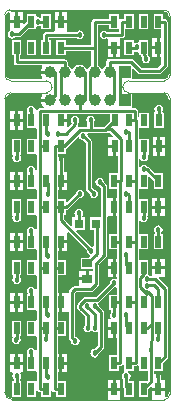
<source format=gtl>
G04 Layer_Physical_Order=1*
G04 Layer_Color=255*
%FSLAX24Y24*%
%MOIN*%
G70*
G01*
G75*
%ADD10R,0.0217X0.0413*%
%ADD11R,0.0354X0.0276*%
%ADD12R,0.0315X0.0315*%
%ADD13C,0.0100*%
%ADD14C,0.0039*%
%ADD15C,0.0394*%
%ADD16R,0.0394X0.0394*%
%ADD17C,0.0180*%
G36*
X5268Y12975D02*
X5273Y12958D01*
X5276Y12956D01*
X5277Y12954D01*
X5294Y12947D01*
X5310Y12938D01*
X5340Y12935D01*
X5394Y12913D01*
X5433Y12874D01*
X5455Y12820D01*
X5458Y12790D01*
X5467Y12774D01*
X5474Y12757D01*
X5476Y12756D01*
X5477Y12753D01*
X5495Y12748D01*
X5512Y12741D01*
Y10881D01*
X5495Y10874D01*
X5477Y10869D01*
X5476Y10866D01*
X5474Y10865D01*
X5467Y10848D01*
X5458Y10832D01*
X5455Y10802D01*
X5433Y10748D01*
X5394Y10709D01*
X5340Y10687D01*
X5312Y10684D01*
X4239D01*
Y11012D01*
X4285Y11031D01*
X4433Y10883D01*
X4466Y10861D01*
X4506Y10853D01*
X5148D01*
X5187Y10861D01*
X5220Y10883D01*
X5398Y11061D01*
X5421Y11094D01*
X5428Y11133D01*
Y12598D01*
X5421Y12637D01*
X5398Y12671D01*
X5365Y12693D01*
X5326Y12700D01*
X5276D01*
Y12855D01*
X4960D01*
Y12342D01*
X5224D01*
Y12039D01*
X5168D01*
Y11732D01*
Y11426D01*
X5224D01*
Y11176D01*
X5105Y11057D01*
X4548D01*
X4265Y11339D01*
X4232Y11362D01*
X4193Y11369D01*
X3492D01*
X3453Y11362D01*
X3420Y11339D01*
X3398Y11306D01*
X3390Y11267D01*
Y11134D01*
X3314Y11083D01*
X3270Y11017D01*
X3266Y11016D01*
X3218D01*
X3214Y11017D01*
X3170Y11083D01*
X3094Y11134D01*
Y11713D01*
Y12496D01*
X3483D01*
Y12342D01*
X3796D01*
Y12267D01*
X3416D01*
X3372Y12297D01*
X3317Y12308D01*
X3262Y12297D01*
X3216Y12266D01*
X3185Y12220D01*
X3174Y12165D01*
X3185Y12111D01*
X3216Y12064D01*
X3262Y12033D01*
X3317Y12023D01*
X3372Y12033D01*
X3385Y12042D01*
X3433Y12015D01*
Y11782D01*
X3642D01*
X3850D01*
Y12013D01*
X3850Y12039D01*
X3890Y12063D01*
X3898D01*
X3937Y12071D01*
X3970Y12093D01*
X3992Y12126D01*
X4000Y12165D01*
Y12342D01*
X4292D01*
Y12855D01*
X3976D01*
Y12700D01*
X3898D01*
X3859Y12693D01*
X3850Y12687D01*
X3800Y12714D01*
Y12855D01*
X3483D01*
Y12700D01*
X2992D01*
X2953Y12693D01*
X2920Y12671D01*
X2898Y12637D01*
X2890Y12598D01*
Y11815D01*
X2028D01*
Y11989D01*
X1712D01*
Y11476D01*
X2028D01*
Y11611D01*
X2890D01*
Y11134D01*
X2814Y11083D01*
X2770Y11017D01*
X2766Y11016D01*
X2718D01*
X2714Y11017D01*
X2670Y11083D01*
X2588Y11138D01*
X2492Y11157D01*
X2396Y11138D01*
X2314Y11083D01*
X2270Y11017D01*
X2266Y11016D01*
X2218D01*
X2214Y11017D01*
X2170Y11083D01*
X2094Y11134D01*
Y11240D01*
X2086Y11279D01*
X2064Y11312D01*
X2031Y11334D01*
X1992Y11342D01*
X496D01*
Y11476D01*
X552D01*
Y11989D01*
X283D01*
X279Y12039D01*
X301Y12043D01*
X345Y12073D01*
X463D01*
X502Y12081D01*
X535Y12103D01*
X773Y12342D01*
X1044D01*
Y12421D01*
X1094Y12460D01*
X1112Y12456D01*
X1167Y12467D01*
X1170Y12469D01*
X1220Y12442D01*
Y12342D01*
X1536D01*
Y12855D01*
X1220D01*
Y12756D01*
X1170Y12729D01*
X1167Y12731D01*
X1112Y12742D01*
X1094Y12738D01*
X1044Y12777D01*
Y12855D01*
X728D01*
Y12584D01*
X648Y12505D01*
X602Y12524D01*
Y12548D01*
X394D01*
X185D01*
Y12303D01*
X145Y12276D01*
X114Y12230D01*
X103Y12175D01*
X114Y12121D01*
X145Y12074D01*
X191Y12043D01*
X228Y12036D01*
X236Y11989D01*
X236Y11984D01*
Y11476D01*
X292D01*
Y11240D01*
X300Y11201D01*
X322Y11168D01*
X355Y11146D01*
X394Y11138D01*
X1233D01*
X1258Y11088D01*
X1233Y11055D01*
X1203Y10983D01*
X1199Y10956D01*
X1492D01*
Y10856D01*
X1199D01*
X1203Y10828D01*
X1233Y10756D01*
X1250Y10734D01*
X1225Y10684D01*
X200D01*
X172Y10687D01*
X118Y10709D01*
X79Y10748D01*
X57Y10802D01*
X54Y10832D01*
X45Y10848D01*
X38Y10865D01*
X36Y10866D01*
X34Y10869D01*
X17Y10874D01*
X0Y10881D01*
Y12781D01*
X17Y12788D01*
X34Y12793D01*
X36Y12795D01*
X38Y12796D01*
X45Y12813D01*
X54Y12829D01*
X56Y12852D01*
X72Y12891D01*
X101Y12920D01*
X140Y12936D01*
X149Y12937D01*
X181Y12903D01*
X185Y12894D01*
Y12648D01*
X344D01*
Y12905D01*
X217D01*
X199Y12951D01*
X225Y12992D01*
X5261D01*
X5268Y12975D01*
D02*
G37*
G36*
X5340Y10179D02*
X5394Y10157D01*
X5433Y10118D01*
X5455Y10064D01*
X5458Y10034D01*
X5467Y10018D01*
X5474Y10001D01*
X5476Y10000D01*
X5477Y9998D01*
X5495Y9992D01*
X5512Y9985D01*
Y251D01*
X5495Y244D01*
X5477Y239D01*
X5476Y236D01*
X5474Y235D01*
X5467Y218D01*
X5458Y202D01*
X5455Y172D01*
X5433Y118D01*
X5394Y79D01*
X5376Y72D01*
X5326Y105D01*
Y304D01*
X5118D01*
X4910D01*
Y48D01*
X4910D01*
X4904Y0D01*
X3856D01*
X3850Y48D01*
X3850Y50D01*
Y304D01*
X3642D01*
X3433D01*
Y50D01*
X3433Y48D01*
X3428Y0D01*
X251D01*
X244Y17D01*
X239Y34D01*
X236Y36D01*
X235Y38D01*
X218Y45D01*
X202Y54D01*
X172Y57D01*
X118Y79D01*
X79Y118D01*
X57Y172D01*
X54Y202D01*
X45Y218D01*
X38Y235D01*
X36Y236D01*
X34Y239D01*
X17Y244D01*
X0Y251D01*
Y9985D01*
X17Y9992D01*
X34Y9998D01*
X36Y10000D01*
X38Y10001D01*
X45Y10018D01*
X54Y10034D01*
X57Y10064D01*
X79Y10118D01*
X118Y10157D01*
X172Y10179D01*
X200Y10182D01*
X1229D01*
X1251Y10137D01*
X1247Y10132D01*
X1217Y10059D01*
X1213Y10032D01*
X1506D01*
Y9932D01*
X1213D01*
X1217Y9904D01*
X1247Y9832D01*
X1294Y9770D01*
X1297Y9768D01*
X1280Y9718D01*
X1170D01*
X1131Y9710D01*
X1098Y9688D01*
X1076Y9655D01*
X1029Y9665D01*
X1018Y9720D01*
X987Y9766D01*
X940Y9797D01*
X886Y9808D01*
X831Y9797D01*
X785Y9766D01*
X754Y9720D01*
X743Y9665D01*
X753Y9613D01*
X754Y9610D01*
X728Y9563D01*
X728D01*
Y9050D01*
X1044Y9050D01*
X1068Y9010D01*
Y8737D01*
X1044Y8697D01*
X1018Y8697D01*
X728D01*
Y8184D01*
X1044Y8184D01*
X1068Y8144D01*
Y7667D01*
X1018Y7662D01*
X1008Y7712D01*
X977Y7758D01*
X931Y7789D01*
X876Y7800D01*
X821Y7789D01*
X775Y7758D01*
X744Y7712D01*
X733Y7657D01*
X744Y7603D01*
X751Y7592D01*
X728Y7542D01*
X728D01*
Y7028D01*
X1044Y7028D01*
X1068Y6988D01*
Y6716D01*
X1044Y6676D01*
X1018Y6676D01*
X728D01*
Y6162D01*
X1044Y6162D01*
X1068Y6122D01*
Y5680D01*
X1018Y5675D01*
X987Y5721D01*
X940Y5752D01*
X886Y5763D01*
X831Y5752D01*
X785Y5721D01*
X754Y5675D01*
X743Y5620D01*
X753Y5570D01*
X752Y5562D01*
X728Y5520D01*
X728D01*
Y5007D01*
X1044Y5007D01*
X1068Y4967D01*
Y4694D01*
X1044Y4654D01*
X1018Y4654D01*
X728D01*
Y4141D01*
X1044Y4141D01*
X1068Y4100D01*
Y3681D01*
X1018Y3676D01*
X1018Y3677D01*
X987Y3723D01*
X940Y3754D01*
X886Y3765D01*
X831Y3754D01*
X785Y3723D01*
X754Y3677D01*
X743Y3622D01*
X754Y3567D01*
X766Y3549D01*
X740Y3499D01*
X728D01*
Y2985D01*
X1044Y2985D01*
X1068Y2945D01*
Y2673D01*
X1044Y2633D01*
X1018Y2633D01*
X728D01*
Y2119D01*
X1044Y2119D01*
X1068Y2079D01*
Y1644D01*
X1018Y1639D01*
X987Y1686D01*
X940Y1717D01*
X886Y1727D01*
X831Y1717D01*
X785Y1686D01*
X754Y1639D01*
X743Y1585D01*
X754Y1530D01*
X756Y1527D01*
X729Y1477D01*
X728D01*
Y964D01*
X1044Y964D01*
X1068Y924D01*
Y651D01*
X1044Y611D01*
X1018Y611D01*
X728D01*
Y98D01*
X1044D01*
Y272D01*
X1094Y287D01*
X1098Y282D01*
X1131Y260D01*
X1170Y252D01*
X1220D01*
Y98D01*
X1536D01*
Y272D01*
X1586Y287D01*
X1590Y282D01*
X1623Y260D01*
X1662Y252D01*
X1712D01*
Y98D01*
X2028D01*
Y611D01*
X1764D01*
Y914D01*
X1820D01*
Y1221D01*
Y1527D01*
X1764D01*
Y2119D01*
X2028D01*
Y2633D01*
X1764D01*
Y2935D01*
X1820D01*
Y3242D01*
Y3549D01*
X1764D01*
Y4141D01*
X2028D01*
Y4654D01*
X1764D01*
Y4957D01*
X1820D01*
Y5264D01*
X1870D01*
Y5314D01*
X2078D01*
Y5551D01*
X2127Y5573D01*
X2741Y4959D01*
X2752Y4906D01*
X2783Y4860D01*
X2825Y4831D01*
X2833Y4821D01*
X2845Y4781D01*
X2800Y4735D01*
X2529D01*
Y4359D01*
X2931D01*
Y4273D01*
X2806D01*
Y4035D01*
X2756D01*
Y3985D01*
X2479D01*
Y3798D01*
X2431Y3793D01*
X2343D01*
X2304Y3785D01*
X2270Y3763D01*
X2156Y3648D01*
X2134Y3615D01*
X2126Y3576D01*
Y3555D01*
X2078Y3549D01*
Y3549D01*
X1920D01*
Y3242D01*
Y2935D01*
X2078D01*
Y2935D01*
X2126Y2930D01*
Y2083D01*
X2134Y2044D01*
X2156Y2011D01*
X2210Y1957D01*
X2220Y1904D01*
X2251Y1858D01*
X2298Y1827D01*
X2352Y1816D01*
X2407Y1827D01*
X2453Y1858D01*
X2484Y1904D01*
X2495Y1959D01*
X2484Y2013D01*
X2453Y2060D01*
X2407Y2091D01*
X2354Y2101D01*
X2330Y2125D01*
Y3534D01*
X2385Y3589D01*
X2864D01*
X2903Y3597D01*
X2936Y3619D01*
X3036Y3718D01*
X3047Y3726D01*
X3105Y3784D01*
X3127Y3817D01*
X3135Y3856D01*
Y4495D01*
X3381Y4741D01*
X3403Y4774D01*
X3411Y4813D01*
Y6072D01*
X3433Y6112D01*
X3592D01*
Y6419D01*
Y6726D01*
X3433D01*
X3411Y6766D01*
Y7105D01*
X3403Y7144D01*
X3381Y7177D01*
X3302Y7256D01*
X3291Y7309D01*
X3260Y7355D01*
X3214Y7386D01*
X3159Y7397D01*
X3105Y7386D01*
X3059Y7355D01*
X3028Y7309D01*
X3017Y7254D01*
X3028Y7199D01*
X3059Y7153D01*
X3105Y7122D01*
X3158Y7112D01*
X3207Y7062D01*
Y6074D01*
X2844D01*
Y5659D01*
X2972D01*
Y5126D01*
X2922Y5096D01*
X2886Y5103D01*
X2376Y5612D01*
X2395Y5659D01*
X2668D01*
Y6074D01*
X2590D01*
X2571Y6124D01*
X2593Y6156D01*
X2603Y6211D01*
X2593Y6265D01*
X2562Y6312D01*
X2515Y6343D01*
X2461Y6353D01*
X2406Y6343D01*
X2360Y6312D01*
X2329Y6265D01*
X2318Y6211D01*
X2329Y6156D01*
X2350Y6124D01*
X2332Y6074D01*
X2253D01*
Y5801D01*
X2207Y5782D01*
X1972Y6017D01*
Y6162D01*
X2028D01*
Y6317D01*
X2052D01*
X2091Y6325D01*
X2124Y6347D01*
X2503Y6726D01*
X2556Y6736D01*
X2602Y6767D01*
X2633Y6814D01*
X2644Y6868D01*
X2633Y6923D01*
X2602Y6969D01*
X2556Y7000D01*
X2501Y7011D01*
X2447Y7000D01*
X2400Y6969D01*
X2370Y6923D01*
X2359Y6870D01*
X2075Y6586D01*
X2028Y6605D01*
Y6676D01*
X1764D01*
Y6978D01*
X1820D01*
Y7285D01*
X1870D01*
Y7335D01*
X2078D01*
Y7592D01*
X1972D01*
Y8012D01*
X1972Y8012D01*
X1964Y8051D01*
X1942Y8084D01*
X1909Y8106D01*
X1870Y8114D01*
X1870D01*
X1831Y8106D01*
X1814Y8094D01*
X1765Y8115D01*
X1764Y8117D01*
Y8184D01*
X2028D01*
Y8366D01*
X2032Y8368D01*
X2429Y8765D01*
X2483Y8749D01*
X2486Y8735D01*
X2517Y8688D01*
X2563Y8657D01*
X2616Y8647D01*
X2693Y8570D01*
Y7041D01*
X2701Y7002D01*
X2723Y6968D01*
X2825Y6866D01*
X2836Y6814D01*
X2867Y6767D01*
X2913Y6736D01*
X2968Y6726D01*
X3022Y6736D01*
X3068Y6767D01*
X3099Y6814D01*
X3110Y6868D01*
X3099Y6923D01*
X3068Y6969D01*
X3022Y7000D01*
X2969Y7011D01*
X2897Y7083D01*
Y8612D01*
X2889Y8651D01*
X2867Y8684D01*
X2760Y8791D01*
X2750Y8844D01*
X2747Y8848D01*
X2774Y8898D01*
X3355D01*
X3385Y8904D01*
X3512D01*
X3623Y8793D01*
X3604Y8747D01*
X3453D01*
Y8490D01*
X3661D01*
Y8440D01*
X3711D01*
Y8134D01*
X3768D01*
Y7542D01*
X3483D01*
Y7028D01*
X3748D01*
Y6726D01*
X3692D01*
Y6419D01*
Y6112D01*
X3748D01*
Y5520D01*
X3483D01*
Y5007D01*
X3748D01*
Y4704D01*
X3692D01*
Y4397D01*
Y4091D01*
X3738D01*
X3739Y4041D01*
X3698Y4019D01*
X3696Y4020D01*
X3642Y4031D01*
X3587Y4020D01*
X3541Y3989D01*
X3510Y3942D01*
X3499Y3890D01*
X3032Y3422D01*
X2677D01*
X2638Y3414D01*
X2605Y3392D01*
X2448Y3235D01*
X2426Y3202D01*
X2418Y3163D01*
Y3071D01*
X2426Y3032D01*
X2448Y2999D01*
X2664Y2783D01*
Y2481D01*
X2634Y2437D01*
X2623Y2382D01*
X2634Y2327D01*
X2665Y2281D01*
X2711Y2250D01*
X2766Y2239D01*
X2820Y2250D01*
X2867Y2281D01*
X2926Y2280D01*
X2957Y2260D01*
X3012Y2249D01*
X3063Y2259D01*
X3074Y2258D01*
X3113Y2238D01*
Y1810D01*
X2990Y1688D01*
X2937Y1677D01*
X2891Y1646D01*
X2860Y1600D01*
X2849Y1545D01*
X2860Y1491D01*
X2891Y1444D01*
X2937Y1413D01*
X2992Y1403D01*
X3047Y1413D01*
X3093Y1444D01*
X3124Y1491D01*
X3135Y1543D01*
X3287Y1696D01*
X3309Y1729D01*
X3317Y1768D01*
Y2908D01*
X3309Y2947D01*
X3287Y2980D01*
X3135Y3132D01*
X3124Y3185D01*
X3124Y3186D01*
X3113Y3226D01*
X3146Y3248D01*
X3644Y3745D01*
X3696Y3756D01*
X3698Y3757D01*
X3748Y3730D01*
Y3499D01*
X3483D01*
Y2985D01*
X3540D01*
Y2900D01*
X3520Y2870D01*
X3509Y2815D01*
X3520Y2760D01*
X3538Y2733D01*
X3515Y2683D01*
X3433D01*
Y2426D01*
X3642D01*
Y2376D01*
X3692D01*
Y2069D01*
X3748D01*
Y1477D01*
X3483D01*
Y964D01*
X3800D01*
Y1119D01*
X3850D01*
X3889Y1126D01*
X3922Y1148D01*
X3926Y1154D01*
X3976Y1138D01*
Y964D01*
X3984D01*
X3989Y951D01*
X3992Y914D01*
X3954Y888D01*
X3923Y842D01*
X3913Y787D01*
X3923Y733D01*
X3953Y688D01*
Y433D01*
X3961Y394D01*
X3976Y372D01*
Y98D01*
X4292D01*
Y611D01*
X4157D01*
Y688D01*
X4187Y733D01*
X4198Y787D01*
X4187Y842D01*
X4156Y888D01*
X4118Y914D01*
X4122Y951D01*
X4126Y964D01*
X4292D01*
Y1119D01*
X4362D01*
X4401Y1126D01*
X4418Y1138D01*
X4467Y1116D01*
X4468Y1115D01*
Y964D01*
X4777D01*
Y650D01*
X4738Y611D01*
X4468D01*
Y98D01*
X4784D01*
Y368D01*
X4864Y448D01*
X4910Y429D01*
Y404D01*
X5118D01*
X5326D01*
Y661D01*
X5220D01*
Y787D01*
X5220Y787D01*
X5212Y826D01*
X5190Y860D01*
X5157Y882D01*
X5118Y889D01*
X5079Y882D01*
X5046Y860D01*
X5046Y859D01*
X5031Y838D01*
X4981Y849D01*
Y964D01*
X5276D01*
Y1234D01*
X5407Y1365D01*
X5429Y1398D01*
X5437Y1437D01*
Y3702D01*
X5429Y3741D01*
X5407Y3774D01*
X5137Y4044D01*
X5156Y4091D01*
X5326D01*
Y4347D01*
X5118D01*
X4910D01*
Y4123D01*
X4834D01*
X4789Y4153D01*
X4784Y4153D01*
Y4654D01*
X4468D01*
X4464Y4702D01*
Y4959D01*
X4468Y5007D01*
X4514Y5007D01*
X4784D01*
Y5520D01*
X4468Y5520D01*
X4464Y5569D01*
Y5955D01*
X4514Y5970D01*
X4525Y5953D01*
X4572Y5922D01*
X4626Y5911D01*
X4681Y5922D01*
X4727Y5953D01*
X4758Y5999D01*
X4769Y6053D01*
X4758Y6108D01*
X4755Y6112D01*
X4782Y6162D01*
X4784D01*
Y6676D01*
X4468Y6676D01*
X4464Y6724D01*
Y6980D01*
X4468Y7028D01*
X4514Y7028D01*
X4784D01*
Y7409D01*
X4830Y7429D01*
X4960Y7299D01*
Y7028D01*
X5276D01*
Y7542D01*
X5006D01*
X4800Y7748D01*
X4767Y7770D01*
X4735Y7776D01*
X4735Y7776D01*
X4689Y7807D01*
X4634Y7818D01*
X4580Y7807D01*
X4533Y7776D01*
X4514Y7747D01*
X4464Y7762D01*
Y8023D01*
X4514Y8028D01*
X4514Y8026D01*
X4545Y7980D01*
X4591Y7949D01*
X4646Y7938D01*
X4701Y7949D01*
X4747Y7980D01*
X4778Y8026D01*
X4789Y8081D01*
X4778Y8134D01*
X4778Y8136D01*
X4804Y8184D01*
X4804D01*
Y8697D01*
X4487Y8697D01*
X4464Y8737D01*
Y9010D01*
X4487Y9050D01*
X4514Y9050D01*
X4804D01*
Y9563D01*
X4487D01*
Y9446D01*
X4437Y9421D01*
X4433Y9424D01*
Y9616D01*
X4425Y9655D01*
X4403Y9688D01*
X4370Y9710D01*
X4331Y9718D01*
X4296D01*
X4253Y9735D01*
Y10182D01*
X5312D01*
X5340Y10179D01*
D02*
G37*
G36*
X3503Y9293D02*
X3312Y9102D01*
X2961D01*
Y9221D01*
X2991Y9266D01*
X3002Y9321D01*
X2991Y9375D01*
X2960Y9422D01*
X2914Y9453D01*
X2859Y9464D01*
X2805Y9453D01*
X2758Y9422D01*
X2727Y9375D01*
X2716Y9321D01*
X2727Y9266D01*
X2757Y9221D01*
Y9102D01*
X2520D01*
X2481Y9094D01*
X2462Y9081D01*
X2425Y9117D01*
X2437Y9134D01*
X2444Y9173D01*
Y9221D01*
X2474Y9266D01*
X2485Y9321D01*
X2474Y9375D01*
X2443Y9422D01*
X2397Y9453D01*
X2343Y9464D01*
X2288Y9453D01*
X2242Y9422D01*
X2211Y9375D01*
X2200Y9321D01*
X2211Y9266D01*
X2241Y9221D01*
Y9215D01*
X2124Y9099D01*
X2078Y9119D01*
Y9257D01*
X1870D01*
Y9357D01*
X2078D01*
Y9514D01*
X3503D01*
Y9293D01*
D02*
G37*
%LPC*%
G36*
X3850Y11682D02*
X3692D01*
Y11426D01*
X3850D01*
Y11682D01*
D02*
G37*
G36*
X5068D02*
X4910D01*
Y11426D01*
X5068D01*
Y11682D01*
D02*
G37*
G36*
X1044Y11989D02*
X728D01*
Y11476D01*
X1044D01*
Y11989D01*
D02*
G37*
G36*
X3592Y11682D02*
X3433D01*
Y11426D01*
X3592D01*
Y11682D01*
D02*
G37*
G36*
X1820Y12905D02*
X1662D01*
Y12648D01*
X1820D01*
Y12905D01*
D02*
G37*
G36*
X602D02*
X444D01*
Y12648D01*
X602D01*
Y12905D01*
D02*
G37*
G36*
X2078D02*
X1920D01*
Y12648D01*
X2078D01*
Y12905D01*
D02*
G37*
G36*
X4784Y12855D02*
X4468D01*
Y12342D01*
X4784D01*
Y12855D01*
D02*
G37*
G36*
X5068Y12039D02*
X4910D01*
Y11782D01*
X5068D01*
Y12039D01*
D02*
G37*
G36*
X4784Y11989D02*
X4468D01*
Y11921D01*
X4418Y11882D01*
X4400Y11885D01*
X4345Y11875D01*
X4342Y11873D01*
X4292Y11899D01*
Y11989D01*
X3976D01*
Y11476D01*
X4292D01*
Y11586D01*
X4342Y11613D01*
X4345Y11611D01*
X4400Y11600D01*
X4418Y11604D01*
X4468Y11564D01*
Y11476D01*
X4528D01*
X4532Y11457D01*
X4554Y11424D01*
X4570Y11408D01*
X4562Y11368D01*
X4573Y11313D01*
X4604Y11267D01*
X4650Y11236D01*
X4705Y11225D01*
X4759Y11236D01*
X4806Y11267D01*
X4837Y11313D01*
X4847Y11368D01*
X4837Y11423D01*
X4806Y11469D01*
X4784Y11483D01*
Y11989D01*
D02*
G37*
G36*
X2078Y12548D02*
X1870D01*
X1662D01*
Y12317D01*
X1662Y12292D01*
X1622Y12267D01*
X1378D01*
X1339Y12260D01*
X1306Y12237D01*
X1284Y12204D01*
X1276Y12165D01*
Y11989D01*
X1220D01*
Y11476D01*
X1536D01*
Y11989D01*
X1480D01*
Y12063D01*
X2393D01*
X2438Y12033D01*
X2492Y12023D01*
X2547Y12033D01*
X2593Y12064D01*
X2624Y12111D01*
X2635Y12165D01*
X2624Y12220D01*
X2593Y12266D01*
X2547Y12297D01*
X2492Y12308D01*
X2438Y12297D01*
X2393Y12267D01*
X2118D01*
X2078Y12292D01*
X2078Y12317D01*
Y12548D01*
D02*
G37*
G36*
X5326Y4704D02*
X5168D01*
Y4447D01*
X5326D01*
Y4704D01*
D02*
G37*
G36*
X344Y5214D02*
X185D01*
Y4957D01*
X344D01*
Y5214D01*
D02*
G37*
G36*
X602D02*
X444D01*
Y4957D01*
X602D01*
Y5214D01*
D02*
G37*
G36*
X5068Y4704D02*
X4910D01*
Y4447D01*
X5068D01*
Y4704D01*
D02*
G37*
G36*
X2706Y4273D02*
X2479D01*
Y4085D01*
X2706D01*
Y4273D01*
D02*
G37*
G36*
X3592Y4347D02*
X3433D01*
Y4091D01*
X3592D01*
Y4347D01*
D02*
G37*
G36*
Y4704D02*
X3433D01*
Y4447D01*
X3592D01*
Y4704D01*
D02*
G37*
G36*
X552Y6676D02*
X236D01*
Y6162D01*
X238D01*
X265Y6112D01*
X262Y6108D01*
X251Y6053D01*
X262Y5999D01*
X293Y5953D01*
X339Y5922D01*
X394Y5911D01*
X448Y5922D01*
X495Y5953D01*
X526Y5999D01*
X536Y6053D01*
X526Y6108D01*
X523Y6112D01*
X550Y6162D01*
X552D01*
Y6676D01*
D02*
G37*
G36*
X5068Y6369D02*
X4910D01*
Y6112D01*
X5068D01*
Y6369D01*
D02*
G37*
G36*
X5326D02*
X5168D01*
Y6112D01*
X5326D01*
Y6369D01*
D02*
G37*
G36*
X602Y5570D02*
X444D01*
Y5314D01*
X602D01*
Y5570D01*
D02*
G37*
G36*
X2078Y5214D02*
X1920D01*
Y4957D01*
X2078D01*
Y5214D01*
D02*
G37*
G36*
X5118Y5812D02*
X5063Y5801D01*
X5017Y5770D01*
X4986Y5724D01*
X4975Y5669D01*
X4986Y5615D01*
X5016Y5570D01*
Y5520D01*
X4960D01*
Y5007D01*
X5276D01*
Y5520D01*
X5220D01*
Y5570D01*
X5250Y5615D01*
X5261Y5669D01*
X5250Y5724D01*
X5219Y5770D01*
X5173Y5801D01*
X5118Y5812D01*
D02*
G37*
G36*
X344Y5570D02*
X185D01*
Y5314D01*
X344D01*
Y5570D01*
D02*
G37*
G36*
X2078Y1527D02*
X1920D01*
Y1271D01*
X2078D01*
Y1527D01*
D02*
G37*
G36*
X552Y2633D02*
X236D01*
Y2119D01*
X236D01*
X263Y2069D01*
X252Y2053D01*
X241Y1998D01*
X252Y1943D01*
X283Y1897D01*
X329Y1866D01*
X384Y1855D01*
X438Y1866D01*
X485Y1897D01*
X516Y1943D01*
X527Y1998D01*
X516Y2053D01*
X505Y2069D01*
X524Y2119D01*
X552D01*
Y2633D01*
D02*
G37*
G36*
X3592Y2326D02*
X3433D01*
Y2069D01*
X3592D01*
Y2326D01*
D02*
G37*
G36*
X602Y1527D02*
X444D01*
Y1271D01*
X602D01*
Y1527D01*
D02*
G37*
G36*
X3850Y661D02*
X3692D01*
Y404D01*
X3850D01*
Y661D01*
D02*
G37*
G36*
X2078Y1171D02*
X1920D01*
Y914D01*
X2078D01*
Y1171D01*
D02*
G37*
G36*
X344Y1527D02*
X185D01*
Y1271D01*
X344D01*
Y1527D01*
D02*
G37*
G36*
X602Y3549D02*
X444D01*
Y3292D01*
X602D01*
Y3549D01*
D02*
G37*
G36*
Y1171D02*
X394D01*
X185D01*
Y914D01*
X250D01*
X276Y864D01*
X262Y842D01*
X251Y787D01*
X262Y733D01*
X292Y688D01*
Y611D01*
X236D01*
Y98D01*
X552D01*
Y611D01*
X496D01*
Y688D01*
X526Y733D01*
X536Y787D01*
X526Y842D01*
X511Y864D01*
X538Y914D01*
X602D01*
Y1171D01*
D02*
G37*
G36*
X552Y4654D02*
X236D01*
Y4141D01*
X276D01*
X289Y4091D01*
X262Y4051D01*
X251Y3996D01*
X262Y3941D01*
X293Y3895D01*
X339Y3864D01*
X394Y3853D01*
X448Y3864D01*
X495Y3895D01*
X526Y3941D01*
X536Y3996D01*
X526Y4051D01*
X499Y4091D01*
X511Y4141D01*
X552D01*
Y4654D01*
D02*
G37*
G36*
X344Y3549D02*
X185D01*
Y3292D01*
X344D01*
Y3549D01*
D02*
G37*
G36*
Y3192D02*
X185D01*
Y2935D01*
X344D01*
Y3192D01*
D02*
G37*
G36*
X602D02*
X444D01*
Y2935D01*
X602D01*
Y3192D01*
D02*
G37*
G36*
X3592Y661D02*
X3433D01*
Y404D01*
X3592D01*
Y661D01*
D02*
G37*
G36*
X5068Y6726D02*
X4910D01*
Y6469D01*
X5068D01*
Y6726D01*
D02*
G37*
G36*
X5128Y9828D02*
X5073Y9817D01*
X5027Y9786D01*
X4996Y9740D01*
X4985Y9685D01*
X4996Y9630D01*
X5008Y9613D01*
X4981Y9563D01*
X4979D01*
Y9050D01*
X5296D01*
Y9563D01*
X5268D01*
X5248Y9613D01*
X5260Y9630D01*
X5271Y9685D01*
X5260Y9740D01*
X5229Y9786D01*
X5183Y9817D01*
X5128Y9828D01*
D02*
G37*
G36*
X344Y9613D02*
X185D01*
Y9357D01*
X344D01*
Y9613D01*
D02*
G37*
G36*
X602D02*
X444D01*
Y9357D01*
X602D01*
Y9613D01*
D02*
G37*
G36*
X344Y7592D02*
X185D01*
Y7335D01*
X344D01*
Y7592D01*
D02*
G37*
G36*
X602D02*
X444D01*
Y7335D01*
X602D01*
Y7592D01*
D02*
G37*
G36*
X552Y8697D02*
X236D01*
Y8184D01*
X258D01*
X280Y8134D01*
X262Y8106D01*
X251Y8051D01*
X262Y7997D01*
X293Y7950D01*
X339Y7919D01*
X394Y7908D01*
X448Y7919D01*
X495Y7950D01*
X526Y7997D01*
X536Y8051D01*
X526Y8106D01*
X507Y8134D01*
X529Y8184D01*
X552D01*
Y8697D01*
D02*
G37*
G36*
X2078Y7235D02*
X1920D01*
Y6978D01*
X2078D01*
Y7235D01*
D02*
G37*
G36*
X5326Y6726D02*
X5168D01*
Y6469D01*
X5326D01*
Y6726D01*
D02*
G37*
G36*
X344Y7235D02*
X185D01*
Y6978D01*
X344D01*
Y7235D01*
D02*
G37*
G36*
X602D02*
X444D01*
Y6978D01*
X602D01*
Y7235D01*
D02*
G37*
G36*
X5346Y8747D02*
X5188D01*
Y8490D01*
X5346D01*
Y8747D01*
D02*
G37*
G36*
X344Y9257D02*
X185D01*
Y9000D01*
X344D01*
Y9257D01*
D02*
G37*
G36*
X602D02*
X444D01*
Y9000D01*
X602D01*
Y9257D01*
D02*
G37*
G36*
X5088Y8747D02*
X4929D01*
Y8490D01*
X5088D01*
Y8747D01*
D02*
G37*
G36*
X3611Y8390D02*
X3453D01*
Y8134D01*
X3611D01*
Y8390D01*
D02*
G37*
G36*
X5088D02*
X4929D01*
Y8134D01*
X5088D01*
Y8390D01*
D02*
G37*
G36*
X5346D02*
X5188D01*
Y8134D01*
X5346D01*
Y8390D01*
D02*
G37*
%LPD*%
D10*
X5118Y2376D02*
D03*
X4626D02*
D03*
X3642D02*
D03*
X4134D02*
D03*
X3642Y3242D02*
D03*
X5118D02*
D03*
X4626D02*
D03*
X4134D02*
D03*
X5118Y354D02*
D03*
X4626D02*
D03*
X3642D02*
D03*
X4134D02*
D03*
X3642Y1221D02*
D03*
X5118D02*
D03*
X4626D02*
D03*
X4134D02*
D03*
X1378Y6419D02*
D03*
X886D02*
D03*
X394D02*
D03*
X1870D02*
D03*
X1378Y7285D02*
D03*
X1870D02*
D03*
X886D02*
D03*
X394D02*
D03*
X1378Y4397D02*
D03*
X886D02*
D03*
X394D02*
D03*
X1870D02*
D03*
X1378Y5264D02*
D03*
X1870D02*
D03*
X886D02*
D03*
X394D02*
D03*
X1378Y8440D02*
D03*
X886D02*
D03*
X394D02*
D03*
X1870D02*
D03*
X1378Y9307D02*
D03*
X1870D02*
D03*
X886D02*
D03*
X394D02*
D03*
X1378Y11732D02*
D03*
X886D02*
D03*
X394D02*
D03*
X1870D02*
D03*
X1378Y12598D02*
D03*
X1870D02*
D03*
X886D02*
D03*
X394D02*
D03*
X5118Y6419D02*
D03*
X4626D02*
D03*
X3642D02*
D03*
X4134D02*
D03*
X3642Y7285D02*
D03*
X5118D02*
D03*
X4626D02*
D03*
X4134D02*
D03*
X394Y1221D02*
D03*
X886D02*
D03*
X1870D02*
D03*
X1378D02*
D03*
X1870Y354D02*
D03*
X394D02*
D03*
X886D02*
D03*
X1378D02*
D03*
X394Y3242D02*
D03*
X886D02*
D03*
X1870D02*
D03*
X1378D02*
D03*
X1870Y2376D02*
D03*
X394D02*
D03*
X886D02*
D03*
X1378D02*
D03*
X5118Y11732D02*
D03*
X4626D02*
D03*
X3642D02*
D03*
X4134D02*
D03*
X3642Y12598D02*
D03*
X5118D02*
D03*
X4626D02*
D03*
X4134D02*
D03*
X5138Y8440D02*
D03*
X4646D02*
D03*
X3661D02*
D03*
X4154D02*
D03*
X3661Y9307D02*
D03*
X5138D02*
D03*
X4646D02*
D03*
X4154D02*
D03*
X5118Y4397D02*
D03*
X4626D02*
D03*
X3642D02*
D03*
X4134D02*
D03*
X3642Y5264D02*
D03*
X5118D02*
D03*
X4626D02*
D03*
X4134D02*
D03*
D11*
X2756Y4547D02*
D03*
Y4035D02*
D03*
D12*
X2461Y5866D02*
D03*
X3051D02*
D03*
D13*
X2766Y2382D02*
Y2825D01*
X2520Y3071D02*
X2766Y2825D01*
X2520Y3071D02*
Y3163D01*
X3012Y2392D02*
Y2842D01*
X2756Y3098D02*
X3012Y2842D01*
X2756Y3098D02*
Y3130D01*
X2992Y1545D02*
X3215Y1768D01*
Y2908D01*
X2992Y3130D02*
X3215Y2908D01*
X2228Y2083D02*
X2352Y1959D01*
X2228Y3576D02*
X2343Y3691D01*
X2228Y2083D02*
Y3576D01*
X2343Y3691D02*
X2864D01*
X2971Y3798D01*
X2974D01*
X3033Y3856D01*
Y4537D01*
X1870Y8012D02*
X1870D01*
X1870Y7285D02*
Y8012D01*
X3361Y9006D02*
X3661Y9307D01*
X3555Y9006D02*
X3870Y8691D01*
X3361Y9006D02*
X3555D01*
X4782Y3600D02*
X4910Y3471D01*
X5335Y1437D02*
Y3702D01*
X5118Y1221D02*
X5335Y1437D01*
X4734Y3790D02*
Y3830D01*
X4734Y3831D02*
X4734Y3830D01*
X4988Y3831D02*
X5118Y3701D01*
Y3242D02*
Y3701D01*
X4362Y3242D02*
Y5264D01*
X3074Y3320D02*
X3642Y3888D01*
X2343Y9173D02*
Y9321D01*
X2037Y8868D02*
X2343Y9173D01*
X1791Y8868D02*
X2037D01*
X1170Y9616D02*
X2506D01*
X1960Y8440D02*
X2520Y9000D01*
X1870Y8440D02*
X1960D01*
X4728Y7676D02*
X5118Y7285D01*
X4634Y7676D02*
X4728D01*
X3642Y2825D02*
X3652Y2815D01*
X3642Y2825D02*
Y3242D01*
X1378Y2018D02*
X1378Y2018D01*
X1378Y2018D02*
Y2376D01*
X2520Y3163D02*
X2677Y3320D01*
X3074D01*
X1870Y5974D02*
Y6419D01*
Y5974D02*
X2884Y4961D01*
X2756Y4547D02*
X3074Y4865D01*
Y5843D01*
X3051Y5866D02*
X3074Y5843D01*
X1662Y4397D02*
Y6419D01*
X1378Y4803D02*
X1457D01*
X1662Y2376D02*
Y4397D01*
X2982Y3140D02*
X2992D01*
X5128Y9685D02*
X5138Y9675D01*
Y9307D02*
Y9675D01*
X5118Y5669D02*
X5118Y5669D01*
X5118Y5264D02*
Y5669D01*
Y1221D02*
X5118D01*
X4055Y433D02*
Y787D01*
Y433D02*
X4134Y354D01*
X3850Y1221D02*
Y3242D01*
X3642Y1221D02*
X3850D01*
X394Y787D02*
X394Y787D01*
Y354D02*
Y787D01*
X384Y1998D02*
X394Y2008D01*
Y2376D01*
X394Y3996D02*
Y4397D01*
X394D01*
X394Y6053D02*
X394Y6053D01*
Y6419D01*
X394Y8051D02*
X394D01*
Y8440D01*
X4055Y8908D02*
X4153D01*
X4154Y8907D01*
Y8440D02*
Y8907D01*
X3870Y7285D02*
Y8691D01*
X3355Y9000D02*
X3361Y9006D01*
X2859Y9000D02*
X3355D01*
X4055Y2454D02*
Y2805D01*
Y2454D02*
X4134Y2376D01*
X4055Y4476D02*
Y4833D01*
Y4476D02*
X4134Y4397D01*
Y6419D02*
Y6831D01*
X4362Y1221D02*
Y3242D01*
X4134Y1221D02*
X4362D01*
X4134Y3242D02*
X4362D01*
Y7285D02*
Y9307D01*
X4134Y7285D02*
X4362D01*
X4331Y9307D02*
X4362D01*
X1378Y768D02*
X1378Y768D01*
X1398Y2805D02*
X1457D01*
X1378Y2825D02*
X1398Y2805D01*
X1170Y2376D02*
Y4397D01*
X1378Y2825D02*
Y3242D01*
Y4803D02*
X1378Y4803D01*
X1170Y4397D02*
Y6419D01*
X1457Y6851D02*
Y7206D01*
X1378Y7285D02*
X1457Y7206D01*
X1378Y8869D02*
X1457D01*
X1378Y8868D02*
X1378Y8869D01*
X1170Y8440D02*
Y9616D01*
X3837Y9982D02*
X4006D01*
X3837D02*
Y10906D01*
X3992D01*
X3506Y9982D02*
X3643D01*
Y10906D01*
X3492D02*
X3643D01*
X1868Y9982D02*
X2006D01*
X1868D02*
Y10906D01*
X1992D01*
X2853Y9982D02*
X3006D01*
X2853D02*
Y10906D01*
X2992D01*
X2492D02*
X2659D01*
Y9982D02*
Y10906D01*
X2506Y9982D02*
X2659D01*
X1112Y12599D02*
X1113Y12598D01*
X1378D01*
X4389Y11732D02*
X4400Y11743D01*
X4134Y11732D02*
X4389D01*
X3492Y10906D02*
X3492D01*
X3492D02*
Y11267D01*
X5326Y11133D02*
Y12598D01*
X5118D02*
X5326D01*
X1992Y10906D02*
Y11240D01*
X394D02*
X1992D01*
X394D02*
Y11732D01*
X1378D02*
Y12165D01*
X2492D01*
X3317D02*
X3898D01*
Y12598D01*
X4134D01*
X2992Y11713D02*
Y12598D01*
Y10906D02*
Y11713D01*
X1870D02*
X2992D01*
X1870D02*
Y11732D01*
X2992Y12598D02*
X3642D01*
X1662Y354D02*
X1870D01*
X1662Y2376D02*
X1870D01*
X1662Y4397D02*
X1870D01*
X1662Y6419D02*
X1870D01*
X1662D02*
Y8440D01*
X1870D01*
X3850Y7285D02*
X3870D01*
X3642D02*
X3850D01*
X3642Y5264D02*
X3850D01*
Y3242D02*
Y5264D01*
X3642Y3242D02*
X3850D01*
X4134Y5264D02*
X4362D01*
X4154Y9307D02*
X4331D01*
Y9616D01*
X2506D02*
X4331D01*
X2506D02*
Y9982D01*
X1170Y8440D02*
X1378D01*
X1170Y6419D02*
Y8440D01*
Y6419D02*
X1378D01*
X1170Y4397D02*
X1378D01*
X1170Y2376D02*
X1378D01*
X4114Y6851D02*
X4134Y6831D01*
X4362Y5264D02*
Y7285D01*
X4055Y6851D02*
X4114D01*
X3850Y5264D02*
Y7285D01*
X3033Y4537D02*
X3309Y4813D01*
X3159Y7254D02*
X3309Y7105D01*
Y4813D02*
Y7105D01*
X2052Y6419D02*
X2501Y6868D01*
X1870Y6419D02*
X2052D01*
X2795Y7041D02*
X2968Y6868D01*
X2795Y7041D02*
Y8612D01*
X2618Y8789D02*
X2795Y8612D01*
X1492Y10906D02*
X1675D01*
Y10136D02*
Y10906D01*
X1506Y10136D02*
X1675D01*
X1506Y9982D02*
Y10136D01*
X2461Y5866D02*
Y6191D01*
X2461D01*
X1170Y354D02*
X1378D01*
X1662D02*
Y2376D01*
X1378Y768D02*
X1457D01*
X1170Y354D02*
Y2376D01*
X886Y1585D02*
X886D01*
X886Y1221D02*
Y1585D01*
X886Y1585D01*
X886Y3242D02*
Y3622D01*
X886Y3622D02*
X886Y3622D01*
Y5264D02*
Y5620D01*
X886Y5620D01*
X886Y7285D02*
Y7648D01*
X876Y7657D02*
X886Y7648D01*
Y9307D02*
Y9665D01*
X886Y9665D02*
X886Y9665D01*
X4626Y6054D02*
Y6419D01*
Y6054D02*
X4626Y6053D01*
X5016Y4021D02*
X5335Y3702D01*
X4734Y4021D02*
X5016D01*
X4626Y4181D02*
Y4397D01*
X4512Y4067D02*
X4626Y4181D01*
X4512Y3744D02*
Y4067D01*
Y3744D02*
X4702Y3553D01*
X4734D01*
X4626Y354D02*
X4879Y608D01*
X4626Y2376D02*
X4756D01*
X4910Y2530D01*
Y3471D01*
X4646Y8081D02*
Y8440D01*
Y8081D02*
X4646Y8081D01*
X2859Y9000D02*
Y9321D01*
X2520Y9000D02*
X2859D01*
X5118Y2027D02*
Y2376D01*
X5109Y2018D02*
X5118Y2027D01*
Y354D02*
Y787D01*
X5118Y787D01*
X4879Y1968D02*
X4910Y1999D01*
Y2530D01*
X4879Y608D02*
Y1644D01*
Y1968D01*
X463Y12175D02*
X886Y12598D01*
X5148Y10955D02*
X5326Y11133D01*
X4506Y10955D02*
X5148D01*
X4193Y11267D02*
X4506Y10955D01*
X3492Y11267D02*
X4193D01*
X4626Y11496D02*
Y11732D01*
Y11496D02*
X4705Y11417D01*
Y11368D02*
Y11417D01*
X246Y12175D02*
X463D01*
X1378Y8868D02*
Y9307D01*
Y4803D02*
Y5264D01*
Y768D02*
Y1221D01*
X4734Y3831D02*
X4988D01*
D14*
X5315Y0D02*
G03*
X5512Y197I0J197D01*
G01*
Y10039D02*
G03*
X5315Y10236I-197J0D01*
G01*
X3937Y10413D02*
G03*
X4114Y10236I177J0D01*
G01*
X4134Y10630D02*
G03*
X3937Y10433I0J-197D01*
G01*
X5315Y10630D02*
G03*
X5512Y10827I0J197D01*
G01*
Y12795D02*
G03*
X5315Y12992I-197J0D01*
G01*
X157D02*
G03*
X0Y12835I0J-157D01*
G01*
Y10827D02*
G03*
X197Y10630I197J0D01*
G01*
X1575Y10433D02*
G03*
X1378Y10630I-197J0D01*
G01*
X1398Y10236D02*
G03*
X1575Y10413I0J177D01*
G01*
X197Y10236D02*
G03*
X0Y10039I0J-197D01*
G01*
Y251D02*
G03*
X251Y0I251J0D01*
G01*
X251D02*
X5315D01*
X5512Y197D02*
Y251D01*
Y10039D01*
X4114Y10236D02*
X5315D01*
X3937Y10413D02*
Y10433D01*
X4134Y10630D02*
X5315D01*
X5512Y10827D02*
Y12795D01*
X5261Y12992D02*
X5315D01*
X157D02*
X5261D01*
X0Y10827D02*
Y12835D01*
X197Y10630D02*
X1378D01*
X1575Y10413D02*
Y10433D01*
X197Y10236D02*
X1398D01*
X0Y9985D02*
Y10039D01*
Y251D02*
Y9985D01*
X251Y0D02*
X251D01*
D15*
X1506Y9982D02*
D03*
X2006D02*
D03*
X2506D02*
D03*
X3006D02*
D03*
X3506D02*
D03*
X3492Y10906D02*
D03*
X2992D02*
D03*
X2492D02*
D03*
X1992D02*
D03*
X1492D02*
D03*
D16*
X4006Y9982D02*
D03*
X3992Y10906D02*
D03*
D17*
X3317Y9341D02*
D03*
X2766Y2382D02*
D03*
X3012Y2392D02*
D03*
X1870Y8012D02*
D03*
X3327Y8779D02*
D03*
X4734Y3553D02*
D03*
Y3790D02*
D03*
X3642Y3888D02*
D03*
X2343Y9321D02*
D03*
X1791Y8868D02*
D03*
X4634Y7676D02*
D03*
X3652Y2815D02*
D03*
X1378Y2018D02*
D03*
X2756Y3130D02*
D03*
X2884Y4961D02*
D03*
X2618Y8789D02*
D03*
X3159Y7254D02*
D03*
X1457Y4803D02*
D03*
X2352Y1959D02*
D03*
X2992Y1545D02*
D03*
X2992Y3130D02*
D03*
X5128Y9685D02*
D03*
X5118Y5669D02*
D03*
X4055Y787D02*
D03*
X394Y787D02*
D03*
X384Y1998D02*
D03*
X394Y3996D02*
D03*
X394Y6053D02*
D03*
X394Y8051D02*
D03*
X4055Y8908D02*
D03*
Y2805D02*
D03*
Y4833D02*
D03*
X1457Y2805D02*
D03*
Y6851D02*
D03*
Y8869D02*
D03*
X1112Y12599D02*
D03*
X4400Y11743D02*
D03*
X2492Y12165D02*
D03*
X3317D02*
D03*
X4055Y6851D02*
D03*
X2501Y6868D02*
D03*
X2968D02*
D03*
X2500Y453D02*
D03*
X2756Y6211D02*
D03*
X3179Y7667D02*
D03*
X2461Y6211D02*
D03*
X1457Y768D02*
D03*
X886Y1585D02*
D03*
X886Y3622D02*
D03*
X886Y5620D02*
D03*
X876Y7657D02*
D03*
X886Y9665D02*
D03*
X4646Y8081D02*
D03*
X4626Y6053D02*
D03*
X4734Y4021D02*
D03*
X2859Y9321D02*
D03*
X5109Y2018D02*
D03*
X5118Y787D02*
D03*
X4879Y1644D02*
D03*
X4705Y11368D02*
D03*
X246Y12175D02*
D03*
X876Y8012D02*
D03*
M02*

</source>
